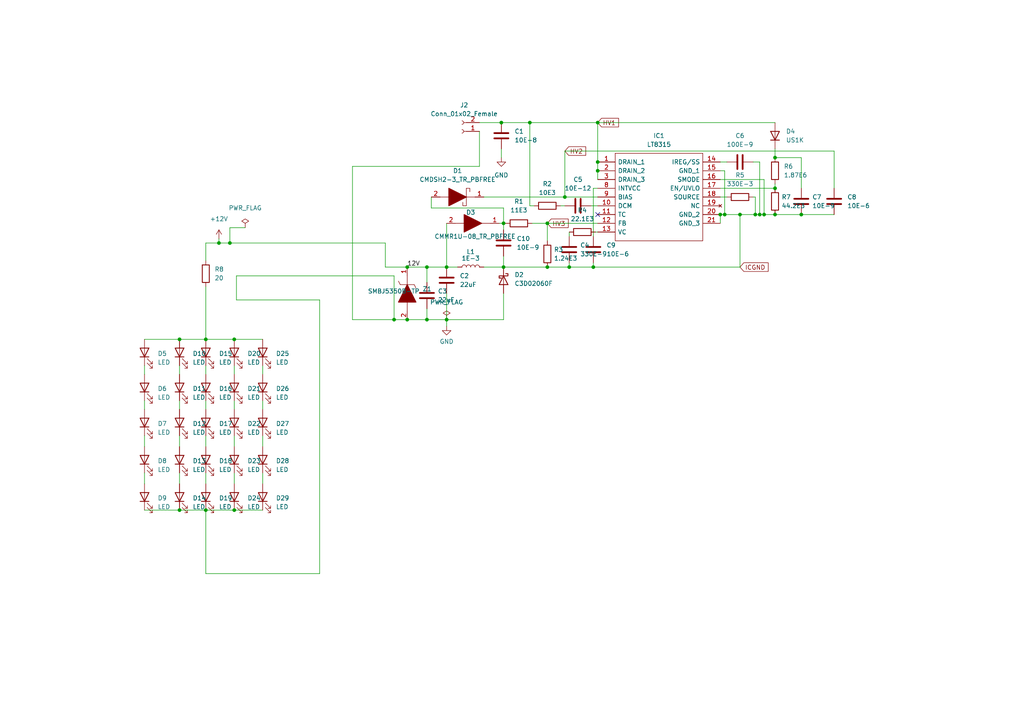
<source format=kicad_sch>
(kicad_sch (version 20211123) (generator eeschema)
  (paper "A4")
  (lib_symbols
    (symbol "CMDSH2-3_TR_PBFREE:CMDSH2-3_TR_PBFREE" (pin_names (offset 0.762))
      (property "Reference" "D" (at 12.7 8.89 0))
      (property "Value" "CMDSH2-3_TR_PBFREE" (at 12.7 6.35 0))
      (symbol "CMDSH2-3_TR_PBFREE_0_0"
        (pin passive line (at 2.54 0 0) (length 2.54) (name "~") (number "1"))
        (pin passive line (at 17.78 0 180) (length 2.54) (name "~") (number "2"))
      )
      (symbol "CMDSH2-3_TR_PBFREE_0_1"
        (polyline (pts (xy 5.08 0) (xy 7.62 0)) (stroke (width 0.1524)))
        (polyline (pts (xy 7.62 2.54) (xy 7.62 -2.54)) (stroke (width 0.1524)))
        (polyline (pts (xy 12.7 0) (xy 15.24 0)) (stroke (width 0.1524)))
        (polyline (pts (xy 7.62 -2.54) (xy 6.604 -2.54) (xy 6.604 -1.524)) (stroke (width 0.1524)))
        (polyline (pts (xy 7.62 2.54) (xy 8.636 2.54) (xy 8.636 1.524)) (stroke (width 0.1524)))
        (polyline (pts (xy 7.62 0) (xy 12.7 2.54) (xy 12.7 -2.54) (xy 7.62 0)) (stroke (width 0.254)) (fill (type outline)))
      )
    )
    (symbol "CMMR1U-08_TR_PBFREE:CMMR1U-08_TR_PBFREE" (pin_names (offset 0.762))
      (property "Reference" "D3" (at -10.16 7.62 0))
      (property "Value" "CMMR1U-08_TR_PBFREE" (at -10.16 5.08 0))
      (symbol "CMMR1U-08_TR_PBFREE_0_0"
        (pin passive line (at 2.54 0 0) (length 2.54) (name "~") (number "1"))
        (pin passive line (at 17.78 0 180) (length 2.54) (name "~") (number "2"))
      )
      (symbol "CMMR1U-08_TR_PBFREE_0_1"
        (polyline (pts (xy 5.08 0) (xy 7.62 0)) (stroke (width 0.1524)))
        (polyline (pts (xy 12.7 0) (xy 15.24 0)) (stroke (width 0.1524)))
        (polyline (pts (xy 7.62 0) (xy 12.7 2.54) (xy 12.7 -2.54) (xy 7.62 0)) (stroke (width 0.254)) (fill (type outline)))
      )
    )
    (symbol "Connector:Conn_01x02_Female" (pin_names (offset 1.016) hide)
      (property "Reference" "J" (at 0 2.54 0))
      (property "Value" "Conn_01x02_Female" (at 0 -5.08 0))
      (symbol "Conn_01x02_Female_1_1"
        (arc (start 0 -2.032) (mid -0.508 -2.54) (end 0 -3.048) (stroke (width 0.1524)))
        (polyline (pts (xy -1.27 -2.54) (xy -0.508 -2.54)) (stroke (width 0.1524)))
        (polyline (pts (xy -1.27 0) (xy -0.508 0)) (stroke (width 0.1524)))
        (arc (start 0 0.508) (mid -0.508 0) (end 0 -0.508) (stroke (width 0.1524)))
        (pin passive line (at -5.08 0 0) (length 3.81) (name "Pin_1") (number "1"))
        (pin passive line (at -5.08 -2.54 0) (length 3.81) (name "Pin_2") (number "2"))
      )
    )
    (symbol "Device:C" (pin_numbers hide) (pin_names (offset 0.254))
      (property "Reference" "C" (at 0.635 2.54 0))
      (property "Value" "C" (at 0.635 -2.54 0))
      (symbol "C_0_1"
        (polyline (pts (xy -2.032 -0.762) (xy 2.032 -0.762)) (stroke (width 0.508)))
        (polyline (pts (xy -2.032 0.762) (xy 2.032 0.762)) (stroke (width 0.508)))
      )
      (symbol "C_1_1"
        (pin passive line (at 0 3.81 270) (length 2.794) (name "~") (number "1"))
        (pin passive line (at 0 -3.81 90) (length 2.794) (name "~") (number "2"))
      )
    )
    (symbol "Device:L" (pin_numbers hide) (pin_names (offset 1.016) hide)
      (property "Reference" "L" (at -1.27 0 90))
      (property "Value" "L" (at 1.905 0 90))
      (symbol "L_0_1"
        (arc (start 0 -2.54) (mid 0.635 -1.905) (end 0 -1.27))
        (arc (start 0 -1.27) (mid 0.635 -0.635) (end 0 0))
        (arc (start 0 0) (mid 0.635 0.635) (end 0 1.27))
        (arc (start 0 1.27) (mid 0.635 1.905) (end 0 2.54))
      )
      (symbol "L_1_1"
        (pin passive line (at 0 3.81 270) (length 1.27) (name "1") (number "1"))
        (pin passive line (at 0 -3.81 90) (length 1.27) (name "2") (number "2"))
      )
    )
    (symbol "Device:LED" (pin_numbers hide) (pin_names (offset 1.016) hide)
      (property "Reference" "D" (at 0 2.54 0))
      (property "Value" "LED" (at 0 -2.54 0))
      (symbol "LED_0_1"
        (polyline (pts (xy -1.27 -1.27) (xy -1.27 1.27)) (stroke (width 0.254)))
        (polyline (pts (xy -1.27 0) (xy 1.27 0)))
        (polyline (pts (xy 1.27 -1.27) (xy 1.27 1.27) (xy -1.27 0) (xy 1.27 -1.27)) (stroke (width 0.254)))
        (polyline (pts (xy -3.048 -0.762) (xy -4.572 -2.286) (xy -3.81 -2.286) (xy -4.572 -2.286) (xy -4.572 -1.524)))
        (polyline (pts (xy -1.778 -0.762) (xy -3.302 -2.286) (xy -2.54 -2.286) (xy -3.302 -2.286) (xy -3.302 -1.524)))
      )
      (symbol "LED_1_1"
        (pin passive line (at -3.81 0 0) (length 2.54) (name "K") (number "1"))
        (pin passive line (at 3.81 0 180) (length 2.54) (name "A") (number "2"))
      )
    )
    (symbol "Device:R" (pin_numbers hide) (pin_names (offset 0))
      (property "Reference" "R" (at 2.032 0 90))
      (property "Value" "R" (at 0 0 90))
      (symbol "R_0_1"
        (rectangle (start -1.016 -2.54) (end 1.016 2.54) (stroke (width 0.254)))
      )
      (symbol "R_1_1"
        (pin passive line (at 0 3.81 270) (length 1.27) (name "~") (number "1"))
        (pin passive line (at 0 -3.81 90) (length 1.27) (name "~") (number "2"))
      )
    )
    (symbol "Diode:C3D02060F" (pin_numbers hide) (pin_names (offset 1.016) hide)
      (property "Reference" "D" (at 0 2.54 0))
      (property "Value" "C3D02060F" (at 0 -2.54 0))
      (symbol "C3D02060F_0_1"
        (polyline (pts (xy 1.27 0) (xy -1.27 0)))
        (polyline (pts (xy 1.27 1.27) (xy 1.27 -1.27) (xy -1.27 0) (xy 1.27 1.27)) (stroke (width 0.254)))
        (polyline (pts (xy -1.905 0.635) (xy -1.905 1.27) (xy -1.27 1.27) (xy -1.27 -1.27) (xy -0.635 -1.27) (xy -0.635 -0.635)) (stroke (width 0.254)))
      )
      (symbol "C3D02060F_1_1"
        (pin passive line (at -3.81 0 0) (length 2.54) (name "K") (number "1"))
        (pin passive line (at 3.81 0 180) (length 2.54) (name "A") (number "2"))
      )
    )
    (symbol "Diode:US1K" (pin_numbers hide) (pin_names (offset 1.016) hide)
      (property "Reference" "D" (at 0 2.54 0))
      (property "Value" "US1K" (at 0 -2.54 0))
      (symbol "US1K_0_1"
        (polyline (pts (xy -1.27 1.27) (xy -1.27 -1.27)) (stroke (width 0.254)))
        (polyline (pts (xy 1.27 0) (xy -1.27 0)))
        (polyline (pts (xy 1.27 1.27) (xy 1.27 -1.27) (xy -1.27 0) (xy 1.27 1.27)) (stroke (width 0.254)))
      )
      (symbol "US1K_1_1"
        (pin passive line (at -3.81 0 0) (length 2.54) (name "K") (number "1"))
        (pin passive line (at 3.81 0 180) (length 2.54) (name "A") (number "2"))
      )
    )
    (symbol "LT8315:LT8315" (pin_names (offset 0.762))
      (property "Reference" "IC" (at 31.75 7.62 0))
      (property "Value" "LT8315" (at 31.75 5.08 0))
      (symbol "LT8315_0_0"
        (pin passive line (at 0 0 0) (length 5.08) (name "DRAIN_1") (number "1"))
        (pin passive line (at 0 -12.7 0) (length 5.08) (name "DCM") (number "10"))
        (pin passive line (at 0 -15.24 0) (length 5.08) (name "TC") (number "11"))
        (pin passive line (at 0 -17.78 0) (length 5.08) (name "FB") (number "12"))
        (pin passive line (at 0 -20.32 0) (length 5.08) (name "VC") (number "13"))
        (pin passive line (at 35.56 0 180) (length 5.08) (name "IREG/SS") (number "14"))
        (pin passive line (at 35.56 -2.54 180) (length 5.08) (name "GND_1") (number "15"))
        (pin passive line (at 35.56 -5.08 180) (length 5.08) (name "SMODE") (number "16"))
        (pin passive line (at 35.56 -7.62 180) (length 5.08) (name "EN/UVLO") (number "17"))
        (pin passive line (at 35.56 -10.16 180) (length 5.08) (name "SOURCE") (number "18"))
        (pin no_connect line (at 35.56 -12.7 180) (length 5.08) (name "NC") (number "19"))
        (pin passive line (at 0 -2.54 0) (length 5.08) (name "DRAIN_2") (number "2"))
        (pin passive line (at 35.56 -15.24 180) (length 5.08) (name "GND_2") (number "20"))
        (pin passive line (at 35.56 -17.78 180) (length 5.08) (name "GND_3") (number "21"))
        (pin passive line (at 0 -5.08 0) (length 5.08) (name "DRAIN_3") (number "3"))
        (pin passive line (at 0 -7.62 0) (length 5.08) (name "INTVCC") (number "8"))
        (pin passive line (at 0 -10.16 0) (length 5.08) (name "BIAS") (number "9"))
      )
      (symbol "LT8315_0_1"
        (polyline (pts (xy 5.08 2.54) (xy 30.48 2.54) (xy 30.48 -22.86) (xy 5.08 -22.86) (xy 5.08 2.54)) (stroke (width 0.1524)))
      )
    )
    (symbol "SMBJ5350B-TP:SMBJ5350B-TP" (pin_names (offset 0.762))
      (property "Reference" "Z" (at 10.16 8.89 0))
      (property "Value" "SMBJ5350B-TP" (at 10.16 6.35 0))
      (symbol "SMBJ5350B-TP_0_0"
        (pin passive line (at 0 0 0) (length 2.54) (name "~") (number "1"))
        (pin passive line (at 15.24 0 180) (length 2.54) (name "~") (number "2"))
      )
      (symbol "SMBJ5350B-TP_0_1"
        (polyline (pts (xy 2.54 0) (xy 5.08 0)) (stroke (width 0.1524)))
        (polyline (pts (xy 4.064 -2.54) (xy 5.08 -2.032)) (stroke (width 0.1524)))
        (polyline (pts (xy 5.08 2.032) (xy 5.08 -2.032)) (stroke (width 0.1524)))
        (polyline (pts (xy 5.08 2.032) (xy 6.096 2.54)) (stroke (width 0.1524)))
        (polyline (pts (xy 12.7 0) (xy 10.16 0)) (stroke (width 0.1524)))
        (polyline (pts (xy 5.08 0) (xy 10.16 2.54) (xy 10.16 -2.54) (xy 5.08 0)) (stroke (width 0.254)) (fill (type outline)))
      )
    )
    (symbol "power:+12V" (power) (pin_names (offset 0))
      (property "Value" "+12V" (at 0 3.556 0))
      (symbol "+12V_0_1"
        (polyline (pts (xy -0.762 1.27) (xy 0 2.54)))
        (polyline (pts (xy 0 0) (xy 0 2.54)))
        (polyline (pts (xy 0 2.54) (xy 0.762 1.27)))
      )
      (symbol "+12V_1_1"
        (pin power_in line (at 0 0 90) (length 0) hide (name "+12V") (number "1"))
      )
    )
    (symbol "power:GND" (power) (pin_names (offset 0))
      (property "Value" "GND" (at 0 -3.81 0))
      (symbol "GND_0_1"
        (polyline (pts (xy 0 0) (xy 0 -1.27) (xy 1.27 -1.27) (xy 0 -2.54) (xy -1.27 -1.27) (xy 0 -1.27)))
      )
      (symbol "GND_1_1"
        (pin power_in line (at 0 0 270) (length 0) hide (name "GND") (number "1"))
      )
    )
    (symbol "power:PWR_FLAG" (power) (pin_numbers hide) (pin_names (offset 0) hide)
      (property "Value" "PWR_FLAG" (at 0 3.81 0))
      (symbol "PWR_FLAG_0_0"
        (pin power_out line (at 0 0 90) (length 0) (name "pwr") (number "1"))
      )
      (symbol "PWR_FLAG_0_1"
        (polyline (pts (xy 0 0) (xy 0 1.27) (xy -1.016 1.905) (xy 0 2.54) (xy 1.016 1.905) (xy 0 1.27)))
      )
    )
  )
  (junction (at 163.83 57.15))
  (junction (at 224.79 62.23))
  (junction (at 173.355 35.56))
  (junction (at 158.75 64.77))
  (junction (at 118.11 92.71))
  (junction (at 146.05 77.47))
  (junction (at 158.75 77.47))
  (junction (at 232.41 62.23))
  (junction (at 123.825 92.71))
  (junction (at 129.54 92.71))
  (junction (at 173.355 46.99))
  (junction (at 145.415 35.56))
  (junction (at 210.185 62.23))
  (junction (at 114.3 92.71))
  (junction (at 129.54 77.47))
  (junction (at 52.07 147.955))
  (junction (at 224.79 54.61))
  (junction (at 66.675 70.485))
  (junction (at 172.085 77.47))
  (junction (at 221.615 62.23))
  (junction (at 52.07 98.425))
  (junction (at 63.5 70.485))
  (junction (at 67.945 147.955))
  (junction (at 173.355 49.53))
  (junction (at 59.69 147.955))
  (junction (at 214.63 62.23))
  (junction (at 224.79 45.72))
  (junction (at 153.67 35.56))
  (junction (at 220.345 62.23))
  (junction (at 118.11 77.47))
  (junction (at 208.915 62.23))
  (junction (at 165.1 77.47))
  (junction (at 59.69 98.425))
  (junction (at 67.945 98.425))
  (junction (at 123.825 77.47))
  (junction (at 219.075 62.23))
  (junction (at 146.05 64.77))
  (no_connect (at 173.355 62.23))
  (wire (pts (xy 59.69 166.37) (xy 92.71 166.37)))
  (wire (pts (xy 59.69 116.205) (xy 59.69 118.745)))
  (wire (pts (xy 123.825 92.71) (xy 118.11 92.71)))
  (wire (pts (xy 123.825 77.47) (xy 129.54 77.47)))
  (wire (pts (xy 208.915 46.99) (xy 210.82 46.99)))
  (wire (pts (xy 41.91 106.045) (xy 41.91 108.585)))
  (wire (pts (xy 210.185 49.53) (xy 210.185 62.23)))
  (wire (pts (xy 218.44 57.15) (xy 219.075 57.15)))
  (wire (pts (xy 114.3 92.71) (xy 118.11 92.71)))
  (wire (pts (xy 214.63 62.23) (xy 219.075 62.23)))
  (wire (pts (xy 224.79 62.23) (xy 232.41 62.23)))
  (wire (pts (xy 158.75 64.77) (xy 158.75 69.85)))
  (wire (pts (xy 139.065 38.1) (xy 139.065 48.26)))
  (wire (pts (xy 59.69 75.565) (xy 59.69 70.485)))
  (wire (pts (xy 76.2 116.205) (xy 76.2 118.745)))
  (wire (pts (xy 76.2 126.365) (xy 76.2 129.54)))
  (wire (pts (xy 111.76 77.47) (xy 118.11 77.47)))
  (wire (pts (xy 41.91 116.205) (xy 41.91 118.745)))
  (wire (pts (xy 173.355 35.56) (xy 224.79 35.56)))
  (wire (pts (xy 232.41 45.72) (xy 232.41 54.61)))
  (wire (pts (xy 220.345 62.23) (xy 221.615 62.23)))
  (wire (pts (xy 102.235 92.71) (xy 114.3 92.71)))
  (wire (pts (xy 139.065 48.26) (xy 102.235 48.26)))
  (wire (pts (xy 129.54 92.71) (xy 123.825 92.71)))
  (wire (pts (xy 163.83 57.15) (xy 163.83 43.815)))
  (wire (pts (xy 129.54 85.09) (xy 129.54 92.71)))
  (wire (pts (xy 153.67 35.56) (xy 173.355 35.56)))
  (wire (pts (xy 67.945 98.425) (xy 76.2 98.425)))
  (wire (pts (xy 146.05 74.295) (xy 146.05 77.47)))
  (wire (pts (xy 153.67 59.69) (xy 154.94 59.69)))
  (wire (pts (xy 165.1 77.47) (xy 158.75 77.47)))
  (wire (pts (xy 172.085 54.61) (xy 172.085 68.58)))
  (wire (pts (xy 129.54 77.47) (xy 132.715 77.47)))
  (wire (pts (xy 220.345 46.99) (xy 220.345 62.23)))
  (wire (pts (xy 224.79 43.18) (xy 224.79 45.72)))
  (wire (pts (xy 114.3 80.01) (xy 114.3 92.71)))
  (wire (pts (xy 221.615 52.07) (xy 221.615 62.23)))
  (wire (pts (xy 232.41 62.23) (xy 241.935 62.23)))
  (wire (pts (xy 145.415 43.18) (xy 145.415 45.72)))
  (wire (pts (xy 210.185 62.23) (xy 214.63 62.23)))
  (wire (pts (xy 41.91 98.425) (xy 52.07 98.425)))
  (wire (pts (xy 67.945 106.045) (xy 67.945 108.585)))
  (wire (pts (xy 68.58 80.01) (xy 68.58 86.995)))
  (wire (pts (xy 67.945 147.955) (xy 76.2 147.955)))
  (wire (pts (xy 219.075 62.23) (xy 220.345 62.23)))
  (wire (pts (xy 172.72 67.31) (xy 173.355 67.31)))
  (wire (pts (xy 41.91 137.16) (xy 41.91 140.335)))
  (wire (pts (xy 71.12 66.04) (xy 66.675 66.04)))
  (wire (pts (xy 76.2 106.045) (xy 76.2 108.585)))
  (wire (pts (xy 59.69 147.955) (xy 67.945 147.955)))
  (wire (pts (xy 66.675 70.485) (xy 111.76 70.485)))
  (wire (pts (xy 173.355 46.99) (xy 173.355 49.53)))
  (wire (pts (xy 59.69 83.185) (xy 59.69 98.425)))
  (wire (pts (xy 41.91 126.365) (xy 41.91 129.54)))
  (wire (pts (xy 59.69 98.425) (xy 67.945 98.425)))
  (wire (pts (xy 52.07 116.205) (xy 52.07 118.745)))
  (wire (pts (xy 125.095 60.325) (xy 125.095 57.15)))
  (wire (pts (xy 52.07 126.365) (xy 52.07 129.54)))
  (wire (pts (xy 67.945 137.16) (xy 67.945 140.335)))
  (wire (pts (xy 129.54 64.77) (xy 129.54 77.47)))
  (wire (pts (xy 129.54 92.71) (xy 146.05 92.71)))
  (wire (pts (xy 214.63 77.47) (xy 172.085 77.47)))
  (wire (pts (xy 123.825 89.535) (xy 123.825 92.71)))
  (wire (pts (xy 144.78 64.77) (xy 146.05 64.77)))
  (wire (pts (xy 162.56 59.69) (xy 163.83 59.69)))
  (wire (pts (xy 208.915 62.23) (xy 208.915 64.77)))
  (wire (pts (xy 59.69 137.16) (xy 59.69 140.335)))
  (wire (pts (xy 41.91 147.955) (xy 52.07 147.955)))
  (wire (pts (xy 118.11 77.47) (xy 123.825 77.47)))
  (wire (pts (xy 145.415 35.56) (xy 153.67 35.56)))
  (wire (pts (xy 165.1 76.2) (xy 165.1 77.47)))
  (wire (pts (xy 208.915 62.23) (xy 210.185 62.23)))
  (wire (pts (xy 59.69 70.485) (xy 63.5 70.485)))
  (wire (pts (xy 219.075 57.15) (xy 219.075 62.23)))
  (wire (pts (xy 224.79 45.72) (xy 232.41 45.72)))
  (wire (pts (xy 111.76 70.485) (xy 111.76 77.47)))
  (wire (pts (xy 146.05 77.47) (xy 158.75 77.47)))
  (wire (pts (xy 163.83 57.15) (xy 173.355 57.15)))
  (wire (pts (xy 140.335 57.15) (xy 163.83 57.15)))
  (wire (pts (xy 163.83 43.815) (xy 241.935 43.815)))
  (wire (pts (xy 154.305 64.77) (xy 158.75 64.77)))
  (wire (pts (xy 208.915 49.53) (xy 210.185 49.53)))
  (wire (pts (xy 224.79 53.34) (xy 224.79 54.61)))
  (wire (pts (xy 63.5 70.485) (xy 66.675 70.485)))
  (wire (pts (xy 173.355 54.61) (xy 172.085 54.61)))
  (wire (pts (xy 59.69 147.955) (xy 59.69 166.37)))
  (wire (pts (xy 66.675 66.04) (xy 66.675 70.485)))
  (wire (pts (xy 172.085 76.2) (xy 172.085 77.47)))
  (wire (pts (xy 241.935 43.815) (xy 241.935 54.61)))
  (wire (pts (xy 173.355 46.99) (xy 173.355 35.56)))
  (wire (pts (xy 153.67 35.56) (xy 153.67 59.69)))
  (wire (pts (xy 208.915 54.61) (xy 224.79 54.61)))
  (wire (pts (xy 173.355 49.53) (xy 173.355 52.07)))
  (wire (pts (xy 67.945 126.365) (xy 67.945 129.54)))
  (wire (pts (xy 165.1 67.31) (xy 165.1 68.58)))
  (wire (pts (xy 221.615 62.23) (xy 224.79 62.23)))
  (wire (pts (xy 129.54 92.71) (xy 129.54 94.615)))
  (wire (pts (xy 102.235 48.26) (xy 102.235 92.71)))
  (wire (pts (xy 52.07 147.955) (xy 59.69 147.955)))
  (wire (pts (xy 59.69 106.045) (xy 59.69 108.585)))
  (wire (pts (xy 158.75 64.77) (xy 173.355 64.77)))
  (wire (pts (xy 92.71 86.995) (xy 92.71 166.37)))
  (wire (pts (xy 208.915 57.15) (xy 210.82 57.15)))
  (wire (pts (xy 52.07 106.045) (xy 52.07 108.585)))
  (wire (pts (xy 146.05 64.77) (xy 146.685 64.77)))
  (wire (pts (xy 68.58 80.01) (xy 114.3 80.01)))
  (wire (pts (xy 146.05 60.325) (xy 146.05 64.77)))
  (wire (pts (xy 123.825 77.47) (xy 123.825 81.915)))
  (wire (pts (xy 52.07 98.425) (xy 59.69 98.425)))
  (wire (pts (xy 208.915 52.07) (xy 221.615 52.07)))
  (wire (pts (xy 172.085 77.47) (xy 165.1 77.47)))
  (wire (pts (xy 139.065 35.56) (xy 145.415 35.56)))
  (wire (pts (xy 171.45 59.69) (xy 173.355 59.69)))
  (wire (pts (xy 63.5 69.215) (xy 63.5 70.485)))
  (wire (pts (xy 76.2 137.16) (xy 76.2 140.335)))
  (wire (pts (xy 214.63 62.23) (xy 214.63 77.47)))
  (wire (pts (xy 67.945 116.205) (xy 67.945 118.745)))
  (wire (pts (xy 146.05 60.325) (xy 125.095 60.325)))
  (wire (pts (xy 218.44 46.99) (xy 220.345 46.99)))
  (wire (pts (xy 146.05 92.71) (xy 146.05 85.09)))
  (wire (pts (xy 146.05 64.77) (xy 146.05 66.675)))
  (wire (pts (xy 140.335 77.47) (xy 146.05 77.47)))
  (wire (pts (xy 59.69 126.365) (xy 59.69 129.54)))
  (wire (pts (xy 52.07 137.16) (xy 52.07 140.335)))
  (wire (pts (xy 68.58 86.995) (xy 92.71 86.995)))
  (label "12V" (at 118.11 77.47 0))
  (global_label "HV2" (shape input) (at 163.83 43.815 0) (property "Intersheet References" "${INTERSHEET_REFS}" (effects hide)))
  (global_label "ICGND" (shape input) (at 214.63 77.47 0) (property "Intersheet References" "${INTERSHEET_REFS}" (effects hide)))
  (global_label "HV3" (shape input) (at 158.75 64.77 0) (property "Intersheet References" "${INTERSHEET_REFS}" (effects hide)))
  (global_label "HV1" (shape input) (at 173.355 35.56 0) (property "Intersheet References" "${INTERSHEET_REFS}" (effects hide)))
  (symbol (lib_id "Device:R") (at 168.91 67.31 90) (unit 1)
    (property "Reference" "R4" (at 168.91 60.96 90))
    (property "Value" "22.1E3" (at 168.91 63.5 90))
    (property "Footprint" "Resistor_SMD:R_0603_1608Metric_Pad0.98x0.95mm_HandSolder" (effects hide))
  )
  (symbol (lib_id "Device:LED") (at 41.91 133.35 90) (unit 1)
    (property "Reference" "D8" (at 45.72 133.6674 90) (effects (justify right)))
    (property "Value" "LED" (at 45.72 136.2074 90) (effects (justify right)))
    (property "Footprint" "AIL_MAIN_FOOT:LEDC2012X100N" (effects hide))
  )
  (symbol (lib_id "Device:LED") (at 41.91 122.555 90) (unit 1)
    (property "Reference" "D7" (at 45.72 122.8724 90) (effects (justify right)))
    (property "Value" "LED" (at 45.72 125.4124 90) (effects (justify right)))
    (property "Footprint" "AIL_MAIN_FOOT:LEDC2012X100N" (effects hide))
  )
  (symbol (lib_id "Device:C") (at 172.085 72.39 0) (unit 1)
    (property "Reference" "C9" (at 175.895 71.1199 0) (effects (justify left)))
    (property "Value" "10E-6" (at 175.895 73.6599 0) (effects (justify left)))
    (property "Footprint" "Capacitor_SMD:C_0603_1608Metric_Pad1.08x0.95mm_HandSolder" (effects hide))
  )
  (symbol (lib_id "Device:LED") (at 67.945 144.145 90) (unit 1)
    (property "Reference" "D24" (at 71.755 144.4624 90) (effects (justify right)))
    (property "Value" "LED" (at 71.755 147.0024 90) (effects (justify right)))
    (property "Footprint" "AIL_MAIN_FOOT:LEDC2012X100N" (effects hide))
  )
  (symbol (lib_id "power:GND") (at 129.54 94.615 0) (unit 1)
    (property "Reference" "#PWR0103" (effects hide))
    (property "Value" "GND" (at 129.54 99.06 0))
  )
  (symbol (lib_id "Device:C") (at 214.63 46.99 90) (unit 1)
    (property "Reference" "C6" (at 214.63 39.37 90))
    (property "Value" "100E-9" (at 214.63 41.91 90))
    (property "Footprint" "Capacitor_SMD:C_0603_1608Metric_Pad1.08x0.95mm_HandSolder" (effects hide))
  )
  (symbol (lib_id "Device:LED") (at 52.07 122.555 90) (unit 1)
    (property "Reference" "D12" (at 55.88 122.8724 90) (effects (justify right)))
    (property "Value" "LED" (at 55.88 125.4124 90) (effects (justify right)))
    (property "Footprint" "AIL_MAIN_FOOT:LEDC2012X100N" (effects hide))
  )
  (symbol (lib_id "Device:LED") (at 41.91 102.235 90) (unit 1)
    (property "Reference" "D5" (at 45.72 102.5524 90) (effects (justify right)))
    (property "Value" "LED" (at 45.72 105.0924 90) (effects (justify right)))
    (property "Footprint" "AIL_MAIN_FOOT:LEDC2012X100N" (effects hide))
  )
  (symbol (lib_id "Device:LED") (at 76.2 144.145 90) (unit 1)
    (property "Reference" "D29" (at 80.01 144.4624 90) (effects (justify right)))
    (property "Value" "LED" (at 80.01 147.0024 90) (effects (justify right)))
    (property "Footprint" "AIL_MAIN_FOOT:LEDC2012X100N" (effects hide))
  )
  (symbol (lib_id "Diode:C3D02060F") (at 146.05 81.28 270) (unit 1)
    (property "Reference" "D2" (at 149.225 79.6924 90) (effects (justify left)))
    (property "Value" "C3D02060F" (at 149.225 82.2324 90) (effects (justify left)))
    (property "Footprint" "C3D02060F:TO508P493X1003X2057-2P" (effects hide))
    (property "Datasheet" "https://www.wolfspeed.com/media/downloads/35/C3D02060F.pdf" (effects hide))
  )
  (symbol (lib_id "Device:C") (at 232.41 58.42 0) (unit 1)
    (property "Reference" "C7" (at 235.585 57.1499 0) (effects (justify left)))
    (property "Value" "10E-9" (at 235.585 59.6899 0) (effects (justify left)))
    (property "Footprint" "Capacitor_SMD:C_0603_1608Metric_Pad1.08x0.95mm_HandSolder" (effects hide))
  )
  (symbol (lib_id "Device:C") (at 241.935 58.42 0) (unit 1)
    (property "Reference" "C8" (at 245.745 57.1499 0) (effects (justify left)))
    (property "Value" "10E-6" (at 245.745 59.6899 0) (effects (justify left)))
    (property "Footprint" "Capacitor_SMD:C_0603_1608Metric_Pad1.08x0.95mm_HandSolder" (effects hide))
  )
  (symbol (lib_id "Device:LED") (at 59.69 112.395 90) (unit 1)
    (property "Reference" "D16" (at 63.5 112.7124 90) (effects (justify right)))
    (property "Value" "LED" (at 63.5 115.2524 90) (effects (justify right)))
    (property "Footprint" "AIL_MAIN_FOOT:LEDC2012X100N" (effects hide))
  )
  (symbol (lib_id "CMDSH2-3_TR_PBFREE:CMDSH2-3_TR_PBFREE") (at 142.875 57.15 180) (unit 1)
    (property "Reference" "D1" (at 132.715 49.53 0))
    (property "Value" "CMDSH2-3_TR_PBFREE" (at 132.715 52.07 0))
    (property "Footprint" "CMDSH2-3:SOD2512X110N" (effects hide))
    (property "Datasheet" "https://my.centralsemi.com/get_document.php?cmp=1&mergetype=pd&mergepath=pd&pdf_id=CMDSH2-3.PDF" (effects hide))
    (property "Description" "DIODE SCHOTTKY 30V 200MA SOD323" (effects hide))
    (property "Height" "1.1" (effects hide))
    (property "Mouser Part Number" "610-CMDSH2-3" (effects hide))
    (property "Mouser Price/Stock" "https://www.mouser.co.uk/ProductDetail/Central-Semiconductor/CMDSH2-3-TR-PBFREE?qs=u16ybLDytRa%2FuaZxWATy%2FQ%3D%3D" (effects hide))
    (property "Manufacturer_Name" "Central Semiconductor" (effects hide))
    (property "Manufacturer_Part_Number" "CMDSH2-3 TR PBFREE" (effects hide))
  )
  (symbol (lib_id "Device:LED") (at 52.07 102.235 90) (unit 1)
    (property "Reference" "D10" (at 55.88 102.5524 90) (effects (justify right)))
    (property "Value" "LED" (at 55.88 105.0924 90) (effects (justify right)))
    (property "Footprint" "AIL_MAIN_FOOT:LEDC2012X100N" (effects hide))
  )
  (symbol (lib_id "Device:LED") (at 76.2 122.555 90) (unit 1)
    (property "Reference" "D27" (at 80.01 122.8724 90) (effects (justify right)))
    (property "Value" "LED" (at 80.01 125.4124 90) (effects (justify right)))
    (property "Footprint" "AIL_MAIN_FOOT:LEDC2012X100N" (effects hide))
  )
  (symbol (lib_id "Device:R") (at 214.63 57.15 90) (unit 1)
    (property "Reference" "R5" (at 214.63 50.8 90))
    (property "Value" "330E-3" (at 214.63 53.34 90))
    (property "Footprint" "Resistor_SMD:R_2512_6332Metric_Pad1.40x3.35mm_HandSolder" (effects hide))
  )
  (symbol (lib_id "Connector:Conn_01x02_Female") (at 133.985 38.1 180) (unit 1)
    (property "Reference" "J2" (at 134.62 30.48 0))
    (property "Value" "Conn_01x02_Female" (at 134.62 33.02 0))
    (property "Footprint" "Connector_Molex:Molex_Micro-Fit_3.0_43045-0200_2x01_P3.00mm_Horizontal" (effects hide))
  )
  (symbol (lib_id "Device:R") (at 59.69 79.375 0) (unit 1)
    (property "Reference" "R8" (at 62.23 78.1049 0) (effects (justify left)))
    (property "Value" "20" (at 62.23 80.6449 0) (effects (justify left)))
    (property "Footprint" "Resistor_SMD:R_0603_1608Metric_Pad0.98x0.95mm_HandSolder" (effects hide))
  )
  (symbol (lib_id "CMMR1U-08_TR_PBFREE:CMMR1U-08_TR_PBFREE") (at 147.32 64.77 180) (unit 1)
    (property "Reference" "D3" (at 136.525 61.595 0))
    (property "Value" "CMMR1U-08_TR_PBFREE" (at 137.795 68.58 0))
    (property "Footprint" "CMMR1U-08:SODFL3818X108N" (effects hide))
    (property "Datasheet" "https://my.centralsemi.com/get_document.php?cmp=1&mergetype=pd&mergepath=pd&pdf_id=CMMR1U_SERIES.PDF" (effects hide))
    (property "Description" "Rectifiers 1Amp 800Vrrm 30Ifsm 200Vr 560Vrms Trans" (effects hide))
    (property "Height" "1.08" (effects hide))
    (property "Mouser Part Number" "610-CMMR1U-08TR" (effects hide))
    (property "Mouser Price/Stock" "https://www.mouser.co.uk/ProductDetail/Central-Semiconductor/CMMR1U-08-TR-PBFREE?qs=u16ybLDytRacktF8B597og%3D%3D" (effects hide))
    (property "Manufacturer_Name" "Central Semiconductor" (effects hide))
    (property "Manufacturer_Part_Number" "CMMR1U-08 TR PBFREE" (effects hide))
  )
  (symbol (lib_id "Device:LED") (at 59.69 102.235 90) (unit 1)
    (property "Reference" "D15" (at 63.5 102.5524 90) (effects (justify right)))
    (property "Value" "LED" (at 63.5 105.0924 90) (effects (justify right)))
    (property "Footprint" "AIL_MAIN_FOOT:LEDC2012X100N" (effects hide))
  )
  (symbol (lib_id "Device:LED") (at 41.91 112.395 90) (unit 1)
    (property "Reference" "D6" (at 45.72 112.7124 90) (effects (justify right)))
    (property "Value" "LED" (at 45.72 115.2524 90) (effects (justify right)))
    (property "Footprint" "AIL_MAIN_FOOT:LEDC2012X100N" (effects hide))
  )
  (symbol (lib_id "Device:LED") (at 67.945 133.35 90) (unit 1)
    (property "Reference" "D23" (at 71.755 133.6674 90) (effects (justify right)))
    (property "Value" "LED" (at 71.755 136.2074 90) (effects (justify right)))
    (property "Footprint" "AIL_MAIN_FOOT:LEDC2012X100N" (effects hide))
  )
  (symbol (lib_id "power:PWR_FLAG") (at 71.12 66.04 0) (unit 1)
    (property "Reference" "#FLG0102" (effects hide))
    (property "Value" "PWR_FLAG" (at 71.12 60.325 0))
  )
  (symbol (lib_id "Device:R") (at 150.495 64.77 90) (unit 1)
    (property "Reference" "R1" (at 150.495 58.42 90))
    (property "Value" "11E3" (at 150.495 60.96 90))
    (property "Footprint" "Resistor_SMD:R_0603_1608Metric_Pad0.98x0.95mm_HandSolder" (effects hide))
  )
  (symbol (lib_id "Device:LED") (at 76.2 112.395 90) (unit 1)
    (property "Reference" "D26" (at 80.01 112.7124 90) (effects (justify right)))
    (property "Value" "LED" (at 80.01 115.2524 90) (effects (justify right)))
    (property "Footprint" "AIL_MAIN_FOOT:LEDC2012X100N" (effects hide))
  )
  (symbol (lib_id "power:+12V") (at 63.5 69.215 0) (unit 1)
    (property "Reference" "#PWR0102" (effects hide))
    (property "Value" "+12V" (at 63.5 63.5 0))
  )
  (symbol (lib_id "Device:C") (at 165.1 72.39 0) (unit 1)
    (property "Reference" "C4" (at 168.275 71.1199 0) (effects (justify left)))
    (property "Value" "330E-9" (at 168.275 73.6599 0) (effects (justify left)))
    (property "Footprint" "Capacitor_SMD:C_01005_0402Metric_Pad0.57x0.30mm_HandSolder" (effects hide))
  )
  (symbol (lib_id "power:PWR_FLAG") (at 129.54 92.71 0) (unit 1)
    (property "Reference" "#FLG0101" (effects hide))
    (property "Value" "PWR_FLAG" (at 129.54 87.63 0))
  )
  (symbol (lib_id "Device:LED") (at 52.07 144.145 90) (unit 1)
    (property "Reference" "D14" (at 55.88 144.4624 90) (effects (justify right)))
    (property "Value" "LED" (at 55.88 147.0024 90) (effects (justify right)))
    (property "Footprint" "AIL_MAIN_FOOT:LEDC2012X100N" (effects hide))
  )
  (symbol (lib_id "Diode:US1K") (at 224.79 39.37 90) (unit 1)
    (property "Reference" "D4" (at 227.965 38.0999 90) (effects (justify right)))
    (property "Value" "US1K" (at 227.965 40.6399 90) (effects (justify right)))
    (property "Footprint" "Diode_SMD:D_SMA" (effects hide))
    (property "Datasheet" "https://www.diodes.com/assets/Datasheets/ds16008.pdf" (effects hide))
  )
  (symbol (lib_id "Device:LED") (at 59.69 122.555 90) (unit 1)
    (property "Reference" "D17" (at 63.5 122.8724 90) (effects (justify right)))
    (property "Value" "LED" (at 63.5 125.4124 90) (effects (justify right)))
    (property "Footprint" "AIL_MAIN_FOOT:LEDC2012X100N" (effects hide))
  )
  (symbol (lib_id "Device:R") (at 224.79 58.42 180) (unit 1)
    (property "Reference" "R7" (at 226.695 57.1499 0) (effects (justify right)))
    (property "Value" "44.2E3" (at 226.695 59.6899 0) (effects (justify right)))
    (property "Footprint" "Resistor_SMD:R_0603_1608Metric_Pad0.98x0.95mm_HandSolder" (effects hide))
  )
  (symbol (lib_id "Device:LED") (at 59.69 133.35 90) (unit 1)
    (property "Reference" "D18" (at 63.5 133.6674 90) (effects (justify right)))
    (property "Value" "LED" (at 63.5 136.2074 90) (effects (justify right)))
    (property "Footprint" "AIL_MAIN_FOOT:LEDC2012X100N" (effects hide))
  )
  (symbol (lib_id "Device:L") (at 136.525 77.47 90) (unit 1)
    (property "Reference" "L1" (at 136.525 73.025 90))
    (property "Value" "1E-3" (at 136.525 74.93 90))
    (property "Footprint" "Inductor_SMD:L_Bourns_SRR1260" (effects hide))
  )
  (symbol (lib_id "SMBJ5350B-TP:SMBJ5350B-TP") (at 118.11 77.47 270) (unit 1)
    (property "Reference" "Z1" (at 122.555 83.8199 90) (effects (justify left)))
    (property "Value" "SMBJ5350B-TP" (at 106.68 84.455 90) (effects (justify left)))
    (property "Footprint" "SMBJ5350B-TP:DIOM5336X261N" (effects hide))
    (property "Datasheet" "https://datasheet.datasheetarchive.com/originals/distributors/Datasheets_SAMA/a60ad652ec0afa86ef037664c8e865a3.pdf" (effects hide))
    (property "Description" "Zener Diode 13V 5W +/-5% Surface Mount DO-214AA (SMB)" (effects hide))
    (property "Height" "2.61" (effects hide))
    (property "Mouser Part Number" "833-SMBJ5350B-TP" (effects hide))
    (property "Mouser Price/Stock" "https://www.mouser.co.uk/ProductDetail/Micro-Commercial-Components-MCC/SMBJ5350B-TP?qs=ZNK0BnemlqFnl95cTboLBQ%3D%3D" (effects hide))
    (property "Manufacturer_Name" "Micro Commercial Components (MCC)" (effects hide))
    (property "Manufacturer_Part_Number" "SMBJ5350B-TP" (effects hide))
  )
  (symbol (lib_id "Device:C") (at 167.64 59.69 90) (unit 1)
    (property "Reference" "C5" (at 167.64 52.07 90))
    (property "Value" "10E-12" (at 167.64 54.61 90))
    (property "Footprint" "Capacitor_SMD:C_0603_1608Metric_Pad1.08x0.95mm_HandSolder" (effects hide))
  )
  (symbol (lib_id "Device:LED") (at 52.07 112.395 90) (unit 1)
    (property "Reference" "D11" (at 55.88 112.7124 90) (effects (justify right)))
    (property "Value" "LED" (at 55.88 115.2524 90) (effects (justify right)))
    (property "Footprint" "AIL_MAIN_FOOT:LEDC2012X100N" (effects hide))
  )
  (symbol (lib_id "Device:LED") (at 67.945 112.395 90) (unit 1)
    (property "Reference" "D21" (at 71.755 112.7124 90) (effects (justify right)))
    (property "Value" "LED" (at 71.755 115.2524 90) (effects (justify right)))
    (property "Footprint" "AIL_MAIN_FOOT:LEDC2012X100N" (effects hide))
  )
  (symbol (lib_id "Device:C") (at 129.54 81.28 0) (unit 1)
    (property "Reference" "C2" (at 133.35 80.0099 0) (effects (justify left)))
    (property "Value" "22uF" (at 133.35 82.5499 0) (effects (justify left)))
    (property "Footprint" "Capacitor_SMD:C_0805_2012Metric_Pad1.18x1.45mm_HandSolder" (effects hide))
  )
  (symbol (lib_id "Device:LED") (at 52.07 133.35 90) (unit 1)
    (property "Reference" "D13" (at 55.88 133.6674 90) (effects (justify right)))
    (property "Value" "LED" (at 55.88 136.2074 90) (effects (justify right)))
    (property "Footprint" "AIL_MAIN_FOOT:LEDC2012X100N" (effects hide))
  )
  (symbol (lib_id "Device:C") (at 145.415 39.37 0) (unit 1)
    (property "Reference" "C1" (at 149.225 38.0999 0) (effects (justify left)))
    (property "Value" "10E-8" (at 149.225 40.6399 0) (effects (justify left)))
    (property "Footprint" "Capacitor_SMD:C_1812_4532Metric_Pad1.57x3.40mm_HandSolder" (effects hide))
  )
  (symbol (lib_id "power:GND") (at 145.415 45.72 0) (unit 1)
    (property "Reference" "#PWR0101" (effects hide))
    (property "Value" "GND" (at 145.415 50.8 0))
  )
  (symbol (lib_id "Device:R") (at 224.79 49.53 180) (unit 1)
    (property "Reference" "R6" (at 227.33 48.2599 0) (effects (justify right)))
    (property "Value" "1.87E6" (at 227.33 50.7999 0) (effects (justify right)))
    (property "Footprint" "Capacitor_SMD:C_1206_3216Metric_Pad1.33x1.80mm_HandSolder" (effects hide))
  )
  (symbol (lib_id "Device:R") (at 158.75 73.66 180) (unit 1)
    (property "Reference" "R3" (at 160.655 72.3899 0) (effects (justify right)))
    (property "Value" "1.24E3" (at 160.655 74.9299 0) (effects (justify right)))
    (property "Footprint" "Resistor_SMD:R_0603_1608Metric_Pad0.98x0.95mm_HandSolder" (effects hide))
  )
  (symbol (lib_id "Device:R") (at 158.75 59.69 90) (unit 1)
    (property "Reference" "R2" (at 158.75 53.34 90))
    (property "Value" "10E3" (at 158.75 55.88 90))
    (property "Footprint" "Resistor_SMD:R_1206_3216Metric_Pad1.30x1.75mm_HandSolder" (effects hide))
  )
  (symbol (lib_id "LT8315:LT8315") (at 173.355 46.99 0) (unit 1)
    (property "Reference" "IC1" (at 191.135 39.37 0))
    (property "Value" "LT8315" (at 191.135 41.91 0))
    (property "Footprint" "LT8315:FE-20-LEAD-PLASTIC-TSSOP" (effects hide))
    (property "Datasheet" "http://cds.linear.com/docs/en/datasheet/8315f.pdf" (effects hide))
    (property "Description" "560VIN Micropower No-Opto Isolated Flyback Converter with 630V/300mA Switch" (effects hide))
    (property "Manufacturer_Name" "Analog Devices" (effects hide))
    (property "Manufacturer_Part_Number" "LT8315" (effects hide))
  )
  (symbol (lib_id "Device:LED") (at 59.69 144.145 90) (unit 1)
    (property "Reference" "D19" (at 63.5 144.4624 90) (effects (justify right)))
    (property "Value" "LED" (at 63.5 147.0024 90) (effects (justify right)))
    (property "Footprint" "AIL_MAIN_FOOT:LEDC2012X100N" (effects hide))
  )
  (symbol (lib_id "Device:LED") (at 67.945 122.555 90) (unit 1)
    (property "Reference" "D22" (at 71.755 122.8724 90) (effects (justify right)))
    (property "Value" "LED" (at 71.755 125.4124 90) (effects (justify right)))
    (property "Footprint" "AIL_MAIN_FOOT:LEDC2012X100N" (effects hide))
  )
  (symbol (lib_id "Device:C") (at 146.05 70.485 0) (unit 1)
    (property "Reference" "C10" (at 149.86 69.2149 0) (effects (justify left)))
    (property "Value" "10E-9" (at 149.86 71.7549 0) (effects (justify left)))
    (property "Footprint" "Capacitor_SMD:C_0603_1608Metric_Pad1.08x0.95mm_HandSolder" (effects hide))
  )
  (symbol (lib_id "Device:C") (at 123.825 85.725 0) (unit 1)
    (property "Reference" "C3" (at 127 84.4549 0) (effects (justify left)))
    (property "Value" "22uF" (at 127 86.9949 0) (effects (justify left)))
    (property "Footprint" "Capacitor_SMD:C_0805_2012Metric_Pad1.18x1.45mm_HandSolder" (effects hide))
  )
  (symbol (lib_id "Device:LED") (at 76.2 133.35 90) (unit 1)
    (property "Reference" "D28" (at 80.01 133.6674 90) (effects (justify right)))
    (property "Value" "LED" (at 80.01 136.2074 90) (effects (justify right)))
    (property "Footprint" "AIL_MAIN_FOOT:LEDC2012X100N" (effects hide))
  )
  (symbol (lib_id "Device:LED") (at 67.945 102.235 90) (unit 1)
    (property "Reference" "D20" (at 71.755 102.5524 90) (effects (justify right)))
    (property "Value" "LED" (at 71.755 105.0924 90) (effects (justify right)))
    (property "Footprint" "AIL_MAIN_FOOT:LEDC2012X100N" (effects hide))
  )
  (symbol (lib_id "Device:LED") (at 41.91 144.145 90) (unit 1)
    (property "Reference" "D9" (at 45.72 144.4624 90) (effects (justify right)))
    (property "Value" "LED" (at 45.72 147.0024 90) (effects (justify right)))
    (property "Footprint" "AIL_MAIN_FOOT:LEDC2012X100N" (effects hide))
  )
  (symbol (lib_id "Device:LED") (at 76.2 102.235 90) (unit 1)
    (property "Reference" "D25" (at 80.01 102.5524 90) (effects (justify right)))
    (property "Value" "LED" (at 80.01 105.0924 90) (effects (justify right)))
    (property "Footprint" "AIL_MAIN_FOOT:LEDC2012X100N" (effects hide))
  )
)
</source>
